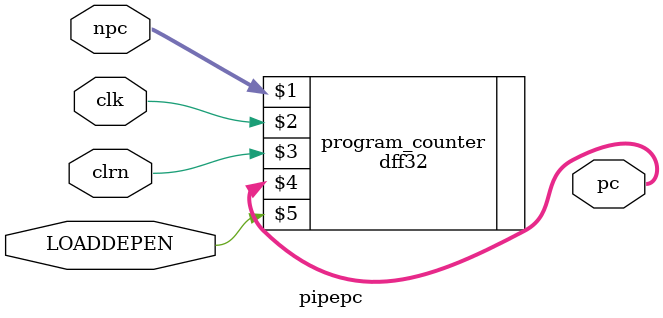
<source format=v>
`timescale 1ns / 1ps
module pipepc(npc,clk,clrn,pc,LOADDEPEN
    );
	 input [31:0] npc;
	 input clk,clrn;
	 input LOADDEPEN;
	 output [31:0] pc;
	 dff32 program_counter(npc,clk,clrn,pc,LOADDEPEN);   //����32λ��D������ʵ��PC
endmodule

</source>
